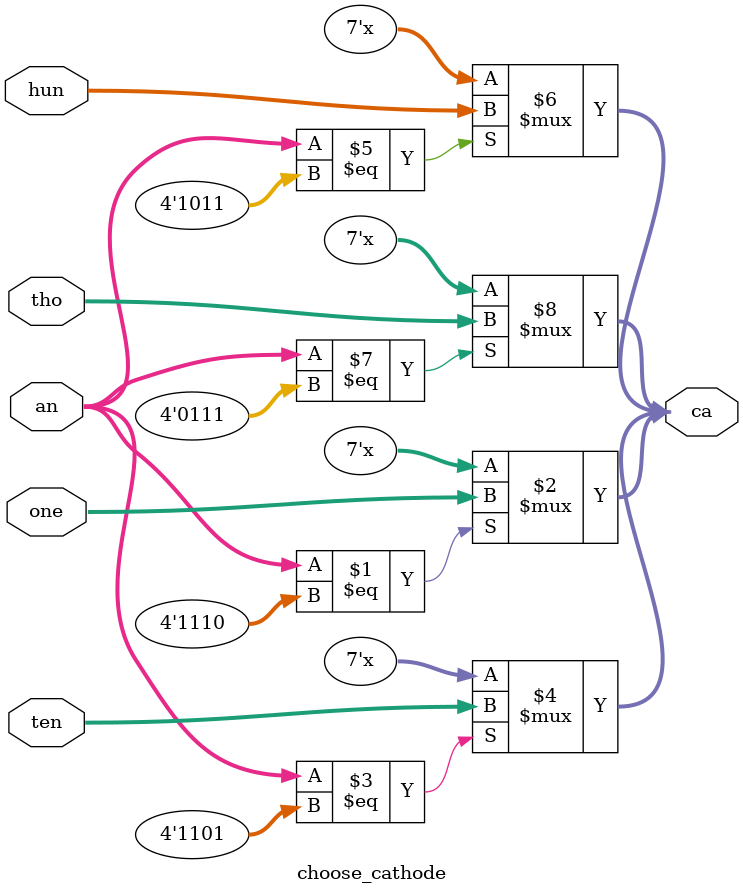
<source format=v>
module choose_cathode(tho, hun, ten, one, an, ca );
	input	[6:0]tho;
	input	[6:0]hun;
	input	[6:0]ten;
	input	[6:0]one;
	input	[3:0]an;
	output	[6:0]ca;
	assign ca = (an==4'b1110) ? one : 7'bzzzzzzz,
		   ca =	(an==4'b1101) ? ten : 7'bzzzzzzz,
		   ca = (an==4'b1011) ? hun : 7'bzzzzzzz,
		   ca =	(an==4'b0111) ? tho : 7'bzzzzzzz;
endmodule

</source>
